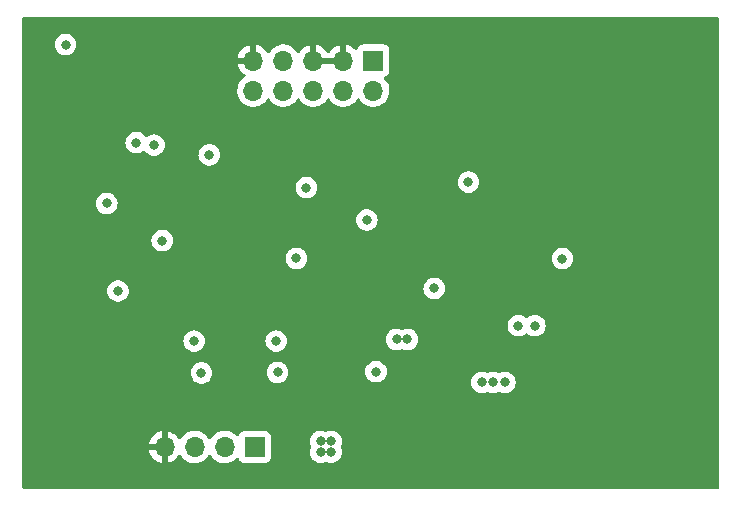
<source format=gbr>
%TF.GenerationSoftware,KiCad,Pcbnew,(6.0.8)*%
%TF.CreationDate,2022-10-15T22:51:14+02:00*%
%TF.ProjectId,stm_v3,73746d5f-7633-42e6-9b69-6361645f7063,rev?*%
%TF.SameCoordinates,Original*%
%TF.FileFunction,Copper,L2,Inr*%
%TF.FilePolarity,Positive*%
%FSLAX46Y46*%
G04 Gerber Fmt 4.6, Leading zero omitted, Abs format (unit mm)*
G04 Created by KiCad (PCBNEW (6.0.8)) date 2022-10-15 22:51:14*
%MOMM*%
%LPD*%
G01*
G04 APERTURE LIST*
%TA.AperFunction,ComponentPad*%
%ADD10R,1.700000X1.700000*%
%TD*%
%TA.AperFunction,ComponentPad*%
%ADD11O,1.700000X1.700000*%
%TD*%
%TA.AperFunction,ViaPad*%
%ADD12C,0.800000*%
%TD*%
G04 APERTURE END LIST*
D10*
%TO.N,/SDA*%
%TO.C,J2*%
X145770000Y-102720000D03*
D11*
%TO.N,/SCL*%
X143230000Y-102720000D03*
%TO.N,+3.3V*%
X140690000Y-102720000D03*
%TO.N,GND*%
X138150000Y-102720000D03*
%TD*%
%TO.N,/N_RST*%
%TO.C,J1*%
X145665000Y-72535000D03*
%TO.N,GND*%
X145665000Y-69995000D03*
%TO.N,unconnected-(J1-Pad8)*%
X148205000Y-72535000D03*
%TO.N,unconnected-(J1-Pad7)*%
X148205000Y-69995000D03*
%TO.N,/SW_O*%
X150745000Y-72535000D03*
%TO.N,GND*%
X150745000Y-69995000D03*
%TO.N,/SW_CLK*%
X153285000Y-72535000D03*
%TO.N,GND*%
X153285000Y-69995000D03*
%TO.N,/SW_DIO*%
X155825000Y-72535000D03*
D10*
%TO.N,+3.3V*%
X155825000Y-69995000D03*
%TD*%
D12*
%TO.N,GND*%
X165700000Y-86790000D03*
X162440000Y-90240000D03*
%TO.N,ISO_L*%
X160980000Y-89290000D03*
%TO.N,GND*%
X153550000Y-90240000D03*
%TO.N,NRST*%
X141930000Y-77980000D03*
%TO.N,+3.3V*%
X147720000Y-96400000D03*
X147600000Y-93750000D03*
X140650000Y-93750000D03*
X150150000Y-80750000D03*
X129770000Y-68650000D03*
X152250000Y-102250000D03*
X134200000Y-89500000D03*
X133250000Y-82100000D03*
X152250000Y-103150000D03*
X151350000Y-103150000D03*
X151350000Y-102250000D03*
X155270000Y-83490000D03*
X135750000Y-76950000D03*
X137250000Y-77150000D03*
X141270000Y-96440000D03*
%TO.N,GND*%
X173390000Y-86750000D03*
X154370000Y-81690000D03*
X165546250Y-79710000D03*
X151250000Y-91350000D03*
X134250000Y-80200000D03*
X128800000Y-88300000D03*
X156750000Y-98550000D03*
X160100000Y-95550000D03*
X157850000Y-95200000D03*
X163750000Y-95550000D03*
X128950000Y-94250000D03*
X129750000Y-80450000D03*
X137850000Y-93750000D03*
X151050000Y-82700000D03*
X181350000Y-86305000D03*
X145600000Y-94650000D03*
X132900000Y-97050000D03*
X162800000Y-95550000D03*
X157750000Y-98550000D03*
X154200000Y-98500000D03*
X132920000Y-99940000D03*
X131400000Y-83150000D03*
X161900000Y-95550000D03*
X178000000Y-86305000D03*
X183000000Y-86305000D03*
X133100000Y-78150000D03*
X137710000Y-68650000D03*
X133300000Y-87600000D03*
X155200000Y-98500000D03*
X179700000Y-86305000D03*
X127050000Y-85450000D03*
X138900000Y-77250000D03*
X161000000Y-95550000D03*
X165110000Y-84580000D03*
%TO.N,NRST*%
X137950000Y-85250000D03*
%TO.N,+12V*%
X169500000Y-92450000D03*
X168100000Y-92450000D03*
%TO.N,CAN_L*%
X171830000Y-86760000D03*
%TO.N,CAN_S*%
X163870000Y-80290000D03*
X149300000Y-86750000D03*
%TO.N,/Power Supply/SW*%
X157800000Y-93600000D03*
X165010000Y-97250000D03*
X156050000Y-96330000D03*
X158700000Y-93600000D03*
X165960000Y-97250000D03*
X166960000Y-97250000D03*
%TD*%
%TA.AperFunction,Conductor*%
%TO.N,GND*%
G36*
X185033621Y-66328502D02*
G01*
X185080114Y-66382158D01*
X185091500Y-66434500D01*
X185091500Y-106165500D01*
X185071498Y-106233621D01*
X185017842Y-106280114D01*
X184965500Y-106291500D01*
X126234500Y-106291500D01*
X126166379Y-106271498D01*
X126119886Y-106217842D01*
X126108500Y-106165500D01*
X126108500Y-102987966D01*
X136818257Y-102987966D01*
X136848565Y-103122446D01*
X136851645Y-103132275D01*
X136931770Y-103329603D01*
X136936413Y-103338794D01*
X137047694Y-103520388D01*
X137053777Y-103528699D01*
X137193213Y-103689667D01*
X137200580Y-103696883D01*
X137364434Y-103832916D01*
X137372881Y-103838831D01*
X137556756Y-103946279D01*
X137566042Y-103950729D01*
X137765001Y-104026703D01*
X137774899Y-104029579D01*
X137878250Y-104050606D01*
X137892299Y-104049410D01*
X137896000Y-104039065D01*
X137896000Y-104038517D01*
X138404000Y-104038517D01*
X138408064Y-104052359D01*
X138421478Y-104054393D01*
X138428184Y-104053534D01*
X138438262Y-104051392D01*
X138642255Y-103990191D01*
X138651842Y-103986433D01*
X138843095Y-103892739D01*
X138851945Y-103887464D01*
X139025328Y-103763792D01*
X139033200Y-103757139D01*
X139184052Y-103606812D01*
X139190730Y-103598965D01*
X139318022Y-103421819D01*
X139319279Y-103422722D01*
X139366373Y-103379362D01*
X139436311Y-103367145D01*
X139501751Y-103394678D01*
X139529579Y-103426511D01*
X139589987Y-103525088D01*
X139736250Y-103693938D01*
X139908126Y-103836632D01*
X140101000Y-103949338D01*
X140105825Y-103951180D01*
X140105826Y-103951181D01*
X140178612Y-103978975D01*
X140309692Y-104029030D01*
X140314760Y-104030061D01*
X140314763Y-104030062D01*
X140409862Y-104049410D01*
X140528597Y-104073567D01*
X140533772Y-104073757D01*
X140533774Y-104073757D01*
X140746673Y-104081564D01*
X140746677Y-104081564D01*
X140751837Y-104081753D01*
X140756957Y-104081097D01*
X140756959Y-104081097D01*
X140968288Y-104054025D01*
X140968289Y-104054025D01*
X140973416Y-104053368D01*
X140978366Y-104051883D01*
X141182429Y-103990661D01*
X141182434Y-103990659D01*
X141187384Y-103989174D01*
X141387994Y-103890896D01*
X141569860Y-103761173D01*
X141728096Y-103603489D01*
X141786971Y-103521556D01*
X141858453Y-103422077D01*
X141859776Y-103423028D01*
X141906645Y-103379857D01*
X141976580Y-103367625D01*
X142042026Y-103395144D01*
X142069875Y-103426994D01*
X142129987Y-103525088D01*
X142276250Y-103693938D01*
X142448126Y-103836632D01*
X142641000Y-103949338D01*
X142645825Y-103951180D01*
X142645826Y-103951181D01*
X142718612Y-103978975D01*
X142849692Y-104029030D01*
X142854760Y-104030061D01*
X142854763Y-104030062D01*
X142949862Y-104049410D01*
X143068597Y-104073567D01*
X143073772Y-104073757D01*
X143073774Y-104073757D01*
X143286673Y-104081564D01*
X143286677Y-104081564D01*
X143291837Y-104081753D01*
X143296957Y-104081097D01*
X143296959Y-104081097D01*
X143508288Y-104054025D01*
X143508289Y-104054025D01*
X143513416Y-104053368D01*
X143518366Y-104051883D01*
X143722429Y-103990661D01*
X143722434Y-103990659D01*
X143727384Y-103989174D01*
X143927994Y-103890896D01*
X144109860Y-103761173D01*
X144218091Y-103653319D01*
X144280462Y-103619404D01*
X144351268Y-103624592D01*
X144408030Y-103667238D01*
X144425012Y-103698341D01*
X144469385Y-103816705D01*
X144556739Y-103933261D01*
X144673295Y-104020615D01*
X144809684Y-104071745D01*
X144871866Y-104078500D01*
X146668134Y-104078500D01*
X146730316Y-104071745D01*
X146866705Y-104020615D01*
X146983261Y-103933261D01*
X147070615Y-103816705D01*
X147121745Y-103680316D01*
X147128500Y-103618134D01*
X147128500Y-103150000D01*
X150436496Y-103150000D01*
X150437186Y-103156565D01*
X150444044Y-103221811D01*
X150456458Y-103339928D01*
X150515473Y-103521556D01*
X150610960Y-103686944D01*
X150615378Y-103691851D01*
X150615379Y-103691852D01*
X150727797Y-103816705D01*
X150738747Y-103828866D01*
X150893248Y-103941118D01*
X150899276Y-103943802D01*
X150899278Y-103943803D01*
X151061681Y-104016109D01*
X151067712Y-104018794D01*
X151160501Y-104038517D01*
X151248056Y-104057128D01*
X151248061Y-104057128D01*
X151254513Y-104058500D01*
X151445487Y-104058500D01*
X151451939Y-104057128D01*
X151451944Y-104057128D01*
X151539499Y-104038517D01*
X151632288Y-104018794D01*
X151748752Y-103966941D01*
X151819118Y-103957507D01*
X151851246Y-103966940D01*
X151967712Y-104018794D01*
X152060501Y-104038517D01*
X152148056Y-104057128D01*
X152148061Y-104057128D01*
X152154513Y-104058500D01*
X152345487Y-104058500D01*
X152351939Y-104057128D01*
X152351944Y-104057128D01*
X152439499Y-104038517D01*
X152532288Y-104018794D01*
X152538319Y-104016109D01*
X152700722Y-103943803D01*
X152700724Y-103943802D01*
X152706752Y-103941118D01*
X152861253Y-103828866D01*
X152872203Y-103816705D01*
X152984621Y-103691852D01*
X152984622Y-103691851D01*
X152989040Y-103686944D01*
X153084527Y-103521556D01*
X153143542Y-103339928D01*
X153155957Y-103221811D01*
X153162814Y-103156565D01*
X153163504Y-103150000D01*
X153146474Y-102987966D01*
X153144232Y-102966635D01*
X153144232Y-102966633D01*
X153143542Y-102960072D01*
X153084527Y-102778444D01*
X153075611Y-102763001D01*
X153058872Y-102694007D01*
X153075611Y-102636998D01*
X153081224Y-102627277D01*
X153084527Y-102621556D01*
X153143542Y-102439928D01*
X153163504Y-102250000D01*
X153143542Y-102060072D01*
X153084527Y-101878444D01*
X152989040Y-101713056D01*
X152981560Y-101704748D01*
X152865675Y-101576045D01*
X152865674Y-101576044D01*
X152861253Y-101571134D01*
X152762157Y-101499136D01*
X152712094Y-101462763D01*
X152712093Y-101462762D01*
X152706752Y-101458882D01*
X152700724Y-101456198D01*
X152700722Y-101456197D01*
X152538319Y-101383891D01*
X152538318Y-101383891D01*
X152532288Y-101381206D01*
X152433595Y-101360228D01*
X152351944Y-101342872D01*
X152351939Y-101342872D01*
X152345487Y-101341500D01*
X152154513Y-101341500D01*
X152148061Y-101342872D01*
X152148056Y-101342872D01*
X152066405Y-101360228D01*
X151967712Y-101381206D01*
X151961682Y-101383891D01*
X151961681Y-101383891D01*
X151950269Y-101388972D01*
X151851248Y-101433059D01*
X151780882Y-101442493D01*
X151748754Y-101433060D01*
X151649731Y-101388972D01*
X151638319Y-101383891D01*
X151638318Y-101383891D01*
X151632288Y-101381206D01*
X151533595Y-101360228D01*
X151451944Y-101342872D01*
X151451939Y-101342872D01*
X151445487Y-101341500D01*
X151254513Y-101341500D01*
X151248061Y-101342872D01*
X151248056Y-101342872D01*
X151166405Y-101360228D01*
X151067712Y-101381206D01*
X151061682Y-101383891D01*
X151061681Y-101383891D01*
X150899278Y-101456197D01*
X150899276Y-101456198D01*
X150893248Y-101458882D01*
X150887907Y-101462762D01*
X150887906Y-101462763D01*
X150837843Y-101499136D01*
X150738747Y-101571134D01*
X150734326Y-101576044D01*
X150734325Y-101576045D01*
X150618441Y-101704748D01*
X150610960Y-101713056D01*
X150515473Y-101878444D01*
X150456458Y-102060072D01*
X150436496Y-102250000D01*
X150456458Y-102439928D01*
X150515473Y-102621556D01*
X150518776Y-102627277D01*
X150524389Y-102636998D01*
X150541128Y-102705993D01*
X150524390Y-102763000D01*
X150515473Y-102778444D01*
X150456458Y-102960072D01*
X150455768Y-102966633D01*
X150455768Y-102966635D01*
X150453526Y-102987966D01*
X150436496Y-103150000D01*
X147128500Y-103150000D01*
X147128500Y-101821866D01*
X147121745Y-101759684D01*
X147070615Y-101623295D01*
X146983261Y-101506739D01*
X146866705Y-101419385D01*
X146730316Y-101368255D01*
X146668134Y-101361500D01*
X144871866Y-101361500D01*
X144809684Y-101368255D01*
X144673295Y-101419385D01*
X144556739Y-101506739D01*
X144469385Y-101623295D01*
X144466233Y-101631703D01*
X144424919Y-101741907D01*
X144382277Y-101798671D01*
X144315716Y-101823371D01*
X144246367Y-101808163D01*
X144213743Y-101782476D01*
X144163151Y-101726875D01*
X144163142Y-101726866D01*
X144159670Y-101723051D01*
X144155619Y-101719852D01*
X144155615Y-101719848D01*
X143988414Y-101587800D01*
X143988410Y-101587798D01*
X143984359Y-101584598D01*
X143948028Y-101564542D01*
X143932136Y-101555769D01*
X143788789Y-101476638D01*
X143783920Y-101474914D01*
X143783916Y-101474912D01*
X143583087Y-101403795D01*
X143583083Y-101403794D01*
X143578212Y-101402069D01*
X143573119Y-101401162D01*
X143573116Y-101401161D01*
X143363373Y-101363800D01*
X143363367Y-101363799D01*
X143358284Y-101362894D01*
X143284452Y-101361992D01*
X143140081Y-101360228D01*
X143140079Y-101360228D01*
X143134911Y-101360165D01*
X142914091Y-101393955D01*
X142701756Y-101463357D01*
X142503607Y-101566507D01*
X142499474Y-101569610D01*
X142499471Y-101569612D01*
X142329100Y-101697530D01*
X142324965Y-101700635D01*
X142299541Y-101727240D01*
X142231280Y-101798671D01*
X142170629Y-101862138D01*
X142063201Y-102019621D01*
X142008293Y-102064621D01*
X141937768Y-102072792D01*
X141874021Y-102041538D01*
X141853324Y-102017054D01*
X141772822Y-101892617D01*
X141772820Y-101892614D01*
X141770014Y-101888277D01*
X141619670Y-101723051D01*
X141615619Y-101719852D01*
X141615615Y-101719848D01*
X141448414Y-101587800D01*
X141448410Y-101587798D01*
X141444359Y-101584598D01*
X141408028Y-101564542D01*
X141392136Y-101555769D01*
X141248789Y-101476638D01*
X141243920Y-101474914D01*
X141243916Y-101474912D01*
X141043087Y-101403795D01*
X141043083Y-101403794D01*
X141038212Y-101402069D01*
X141033119Y-101401162D01*
X141033116Y-101401161D01*
X140823373Y-101363800D01*
X140823367Y-101363799D01*
X140818284Y-101362894D01*
X140744452Y-101361992D01*
X140600081Y-101360228D01*
X140600079Y-101360228D01*
X140594911Y-101360165D01*
X140374091Y-101393955D01*
X140161756Y-101463357D01*
X139963607Y-101566507D01*
X139959474Y-101569610D01*
X139959471Y-101569612D01*
X139789100Y-101697530D01*
X139784965Y-101700635D01*
X139759541Y-101727240D01*
X139691280Y-101798671D01*
X139630629Y-101862138D01*
X139627720Y-101866403D01*
X139627714Y-101866411D01*
X139623410Y-101872721D01*
X139523204Y-102019618D01*
X139522898Y-102020066D01*
X139467987Y-102065069D01*
X139397462Y-102073240D01*
X139333715Y-102041986D01*
X139313018Y-102017502D01*
X139232426Y-101892926D01*
X139226136Y-101884757D01*
X139082806Y-101727240D01*
X139075273Y-101720215D01*
X138908139Y-101588222D01*
X138899552Y-101582517D01*
X138713117Y-101479599D01*
X138703705Y-101475369D01*
X138502959Y-101404280D01*
X138492988Y-101401646D01*
X138421837Y-101388972D01*
X138408540Y-101390432D01*
X138404000Y-101404989D01*
X138404000Y-104038517D01*
X137896000Y-104038517D01*
X137896000Y-102992115D01*
X137891525Y-102976876D01*
X137890135Y-102975671D01*
X137882452Y-102974000D01*
X136833225Y-102974000D01*
X136819694Y-102977973D01*
X136818257Y-102987966D01*
X126108500Y-102987966D01*
X126108500Y-102454183D01*
X136814389Y-102454183D01*
X136815912Y-102462607D01*
X136828292Y-102466000D01*
X137877885Y-102466000D01*
X137893124Y-102461525D01*
X137894329Y-102460135D01*
X137896000Y-102452452D01*
X137896000Y-101403102D01*
X137892082Y-101389758D01*
X137877806Y-101387771D01*
X137839324Y-101393660D01*
X137829288Y-101396051D01*
X137626868Y-101462212D01*
X137617359Y-101466209D01*
X137428463Y-101564542D01*
X137419738Y-101570036D01*
X137249433Y-101697905D01*
X137241726Y-101704748D01*
X137094590Y-101858717D01*
X137088104Y-101866727D01*
X136968098Y-102042649D01*
X136963000Y-102051623D01*
X136873338Y-102244783D01*
X136869775Y-102254470D01*
X136814389Y-102454183D01*
X126108500Y-102454183D01*
X126108500Y-96440000D01*
X140356496Y-96440000D01*
X140357186Y-96446565D01*
X140370279Y-96571134D01*
X140376458Y-96629928D01*
X140435473Y-96811556D01*
X140530960Y-96976944D01*
X140535378Y-96981851D01*
X140535379Y-96981852D01*
X140563199Y-97012749D01*
X140658747Y-97118866D01*
X140752851Y-97187237D01*
X140761889Y-97193803D01*
X140813248Y-97231118D01*
X140819276Y-97233802D01*
X140819278Y-97233803D01*
X140981681Y-97306109D01*
X140987712Y-97308794D01*
X141081113Y-97328647D01*
X141168056Y-97347128D01*
X141168061Y-97347128D01*
X141174513Y-97348500D01*
X141365487Y-97348500D01*
X141371939Y-97347128D01*
X141371944Y-97347128D01*
X141458888Y-97328647D01*
X141552288Y-97308794D01*
X141558319Y-97306109D01*
X141720722Y-97233803D01*
X141720724Y-97233802D01*
X141726752Y-97231118D01*
X141778112Y-97193803D01*
X141787149Y-97187237D01*
X141881253Y-97118866D01*
X141976801Y-97012749D01*
X142004621Y-96981852D01*
X142004622Y-96981851D01*
X142009040Y-96976944D01*
X142104527Y-96811556D01*
X142163542Y-96629928D01*
X142169722Y-96571134D01*
X142182814Y-96446565D01*
X142183504Y-96440000D01*
X142179300Y-96400000D01*
X146806496Y-96400000D01*
X146807186Y-96406565D01*
X146824483Y-96571134D01*
X146826458Y-96589928D01*
X146885473Y-96771556D01*
X146980960Y-96936944D01*
X146985378Y-96941851D01*
X146985379Y-96941852D01*
X147016976Y-96976944D01*
X147108747Y-97078866D01*
X147263248Y-97191118D01*
X147269276Y-97193802D01*
X147269278Y-97193803D01*
X147410245Y-97256565D01*
X147437712Y-97268794D01*
X147531113Y-97288647D01*
X147618056Y-97307128D01*
X147618061Y-97307128D01*
X147624513Y-97308500D01*
X147815487Y-97308500D01*
X147821939Y-97307128D01*
X147821944Y-97307128D01*
X147908888Y-97288647D01*
X148002288Y-97268794D01*
X148029755Y-97256565D01*
X148044500Y-97250000D01*
X164096496Y-97250000D01*
X164097186Y-97256565D01*
X164102645Y-97308500D01*
X164116458Y-97439928D01*
X164175473Y-97621556D01*
X164270960Y-97786944D01*
X164398747Y-97928866D01*
X164497843Y-98000864D01*
X164510000Y-98009696D01*
X164553248Y-98041118D01*
X164559276Y-98043802D01*
X164559278Y-98043803D01*
X164586249Y-98055811D01*
X164727712Y-98118794D01*
X164821112Y-98138647D01*
X164908056Y-98157128D01*
X164908061Y-98157128D01*
X164914513Y-98158500D01*
X165105487Y-98158500D01*
X165111939Y-98157128D01*
X165111944Y-98157128D01*
X165198888Y-98138647D01*
X165292288Y-98118794D01*
X165433751Y-98055811D01*
X165504118Y-98046377D01*
X165536250Y-98055811D01*
X165677712Y-98118794D01*
X165771112Y-98138647D01*
X165858056Y-98157128D01*
X165858061Y-98157128D01*
X165864513Y-98158500D01*
X166055487Y-98158500D01*
X166061939Y-98157128D01*
X166061944Y-98157128D01*
X166148888Y-98138647D01*
X166242288Y-98118794D01*
X166408752Y-98044680D01*
X166479118Y-98035246D01*
X166511247Y-98044680D01*
X166677712Y-98118794D01*
X166771112Y-98138647D01*
X166858056Y-98157128D01*
X166858061Y-98157128D01*
X166864513Y-98158500D01*
X167055487Y-98158500D01*
X167061939Y-98157128D01*
X167061944Y-98157128D01*
X167148888Y-98138647D01*
X167242288Y-98118794D01*
X167383751Y-98055811D01*
X167410722Y-98043803D01*
X167410724Y-98043802D01*
X167416752Y-98041118D01*
X167460001Y-98009696D01*
X167472157Y-98000864D01*
X167571253Y-97928866D01*
X167699040Y-97786944D01*
X167794527Y-97621556D01*
X167853542Y-97439928D01*
X167867356Y-97308500D01*
X167872814Y-97256565D01*
X167873504Y-97250000D01*
X167859958Y-97121118D01*
X167854232Y-97066635D01*
X167854232Y-97066633D01*
X167853542Y-97060072D01*
X167794527Y-96878444D01*
X167787888Y-96866944D01*
X167702341Y-96718774D01*
X167699040Y-96713056D01*
X167693839Y-96707279D01*
X167575675Y-96576045D01*
X167575674Y-96576044D01*
X167571253Y-96571134D01*
X167472157Y-96499136D01*
X167422094Y-96462763D01*
X167422093Y-96462762D01*
X167416752Y-96458882D01*
X167410724Y-96456198D01*
X167410722Y-96456197D01*
X167248319Y-96383891D01*
X167248318Y-96383891D01*
X167242288Y-96381206D01*
X167148888Y-96361353D01*
X167061944Y-96342872D01*
X167061939Y-96342872D01*
X167055487Y-96341500D01*
X166864513Y-96341500D01*
X166858061Y-96342872D01*
X166858056Y-96342872D01*
X166771113Y-96361353D01*
X166677712Y-96381206D01*
X166511248Y-96455320D01*
X166440882Y-96464754D01*
X166408753Y-96455320D01*
X166242288Y-96381206D01*
X166148888Y-96361353D01*
X166061944Y-96342872D01*
X166061939Y-96342872D01*
X166055487Y-96341500D01*
X165864513Y-96341500D01*
X165858061Y-96342872D01*
X165858056Y-96342872D01*
X165771113Y-96361353D01*
X165677712Y-96381206D01*
X165671682Y-96383891D01*
X165671681Y-96383891D01*
X165536249Y-96444189D01*
X165465882Y-96453623D01*
X165433751Y-96444189D01*
X165298319Y-96383891D01*
X165298318Y-96383891D01*
X165292288Y-96381206D01*
X165198888Y-96361353D01*
X165111944Y-96342872D01*
X165111939Y-96342872D01*
X165105487Y-96341500D01*
X164914513Y-96341500D01*
X164908061Y-96342872D01*
X164908056Y-96342872D01*
X164821113Y-96361353D01*
X164727712Y-96381206D01*
X164721682Y-96383891D01*
X164721681Y-96383891D01*
X164559278Y-96456197D01*
X164559276Y-96456198D01*
X164553248Y-96458882D01*
X164547907Y-96462762D01*
X164547906Y-96462763D01*
X164497843Y-96499136D01*
X164398747Y-96571134D01*
X164394326Y-96576044D01*
X164394325Y-96576045D01*
X164276162Y-96707279D01*
X164270960Y-96713056D01*
X164267659Y-96718774D01*
X164182113Y-96866944D01*
X164175473Y-96878444D01*
X164116458Y-97060072D01*
X164115768Y-97066633D01*
X164115768Y-97066635D01*
X164110042Y-97121118D01*
X164096496Y-97250000D01*
X148044500Y-97250000D01*
X148170722Y-97193803D01*
X148170724Y-97193802D01*
X148176752Y-97191118D01*
X148331253Y-97078866D01*
X148423024Y-96976944D01*
X148454621Y-96941852D01*
X148454622Y-96941851D01*
X148459040Y-96936944D01*
X148554527Y-96771556D01*
X148613542Y-96589928D01*
X148615518Y-96571134D01*
X148632814Y-96406565D01*
X148633504Y-96400000D01*
X148631529Y-96381206D01*
X148626147Y-96330000D01*
X155136496Y-96330000D01*
X155137186Y-96336565D01*
X155149668Y-96455320D01*
X155156458Y-96519928D01*
X155215473Y-96701556D01*
X155218776Y-96707278D01*
X155218777Y-96707279D01*
X155225414Y-96718774D01*
X155310960Y-96866944D01*
X155315378Y-96871851D01*
X155315379Y-96871852D01*
X155434325Y-97003955D01*
X155438747Y-97008866D01*
X155593248Y-97121118D01*
X155599276Y-97123802D01*
X155599278Y-97123803D01*
X155741754Y-97187237D01*
X155767712Y-97198794D01*
X155861113Y-97218647D01*
X155948056Y-97237128D01*
X155948061Y-97237128D01*
X155954513Y-97238500D01*
X156145487Y-97238500D01*
X156151939Y-97237128D01*
X156151944Y-97237128D01*
X156238887Y-97218647D01*
X156332288Y-97198794D01*
X156358246Y-97187237D01*
X156500722Y-97123803D01*
X156500724Y-97123802D01*
X156506752Y-97121118D01*
X156661253Y-97008866D01*
X156665675Y-97003955D01*
X156784621Y-96871852D01*
X156784622Y-96871851D01*
X156789040Y-96866944D01*
X156874586Y-96718774D01*
X156881223Y-96707279D01*
X156881224Y-96707278D01*
X156884527Y-96701556D01*
X156943542Y-96519928D01*
X156950333Y-96455320D01*
X156962814Y-96336565D01*
X156963504Y-96330000D01*
X156955103Y-96250072D01*
X156944232Y-96146635D01*
X156944232Y-96146633D01*
X156943542Y-96140072D01*
X156884527Y-95958444D01*
X156789040Y-95793056D01*
X156760298Y-95761134D01*
X156665675Y-95656045D01*
X156665674Y-95656044D01*
X156661253Y-95651134D01*
X156506752Y-95538882D01*
X156500724Y-95536198D01*
X156500722Y-95536197D01*
X156338319Y-95463891D01*
X156338318Y-95463891D01*
X156332288Y-95461206D01*
X156238887Y-95441353D01*
X156151944Y-95422872D01*
X156151939Y-95422872D01*
X156145487Y-95421500D01*
X155954513Y-95421500D01*
X155948061Y-95422872D01*
X155948056Y-95422872D01*
X155861113Y-95441353D01*
X155767712Y-95461206D01*
X155761682Y-95463891D01*
X155761681Y-95463891D01*
X155599278Y-95536197D01*
X155599276Y-95536198D01*
X155593248Y-95538882D01*
X155438747Y-95651134D01*
X155434326Y-95656044D01*
X155434325Y-95656045D01*
X155339703Y-95761134D01*
X155310960Y-95793056D01*
X155215473Y-95958444D01*
X155156458Y-96140072D01*
X155155768Y-96146633D01*
X155155768Y-96146635D01*
X155144897Y-96250072D01*
X155136496Y-96330000D01*
X148626147Y-96330000D01*
X148614232Y-96216635D01*
X148614232Y-96216633D01*
X148613542Y-96210072D01*
X148554527Y-96028444D01*
X148459040Y-95863056D01*
X148331253Y-95721134D01*
X148229562Y-95647251D01*
X148182094Y-95612763D01*
X148182093Y-95612762D01*
X148176752Y-95608882D01*
X148170724Y-95606198D01*
X148170722Y-95606197D01*
X148008319Y-95533891D01*
X148008318Y-95533891D01*
X148002288Y-95531206D01*
X147908887Y-95511353D01*
X147821944Y-95492872D01*
X147821939Y-95492872D01*
X147815487Y-95491500D01*
X147624513Y-95491500D01*
X147618061Y-95492872D01*
X147618056Y-95492872D01*
X147531113Y-95511353D01*
X147437712Y-95531206D01*
X147431682Y-95533891D01*
X147431681Y-95533891D01*
X147269278Y-95606197D01*
X147269276Y-95606198D01*
X147263248Y-95608882D01*
X147257907Y-95612762D01*
X147257906Y-95612763D01*
X147210438Y-95647251D01*
X147108747Y-95721134D01*
X146980960Y-95863056D01*
X146885473Y-96028444D01*
X146826458Y-96210072D01*
X146825768Y-96216633D01*
X146825768Y-96216635D01*
X146808471Y-96381206D01*
X146806496Y-96400000D01*
X142179300Y-96400000D01*
X142163542Y-96250072D01*
X142104527Y-96068444D01*
X142009040Y-95903056D01*
X141978173Y-95868774D01*
X141885675Y-95766045D01*
X141885674Y-95766044D01*
X141881253Y-95761134D01*
X141726752Y-95648882D01*
X141720724Y-95646198D01*
X141720722Y-95646197D01*
X141558319Y-95573891D01*
X141558318Y-95573891D01*
X141552288Y-95571206D01*
X141458888Y-95551353D01*
X141371944Y-95532872D01*
X141371939Y-95532872D01*
X141365487Y-95531500D01*
X141174513Y-95531500D01*
X141168061Y-95532872D01*
X141168056Y-95532872D01*
X141081112Y-95551353D01*
X140987712Y-95571206D01*
X140981682Y-95573891D01*
X140981681Y-95573891D01*
X140819278Y-95646197D01*
X140819276Y-95646198D01*
X140813248Y-95648882D01*
X140658747Y-95761134D01*
X140654326Y-95766044D01*
X140654325Y-95766045D01*
X140561828Y-95868774D01*
X140530960Y-95903056D01*
X140435473Y-96068444D01*
X140376458Y-96250072D01*
X140356496Y-96440000D01*
X126108500Y-96440000D01*
X126108500Y-93750000D01*
X139736496Y-93750000D01*
X139756458Y-93939928D01*
X139815473Y-94121556D01*
X139910960Y-94286944D01*
X139915378Y-94291851D01*
X139915379Y-94291852D01*
X140007176Y-94393803D01*
X140038747Y-94428866D01*
X140193248Y-94541118D01*
X140199276Y-94543802D01*
X140199278Y-94543803D01*
X140361681Y-94616109D01*
X140367712Y-94618794D01*
X140461113Y-94638647D01*
X140548056Y-94657128D01*
X140548061Y-94657128D01*
X140554513Y-94658500D01*
X140745487Y-94658500D01*
X140751939Y-94657128D01*
X140751944Y-94657128D01*
X140838887Y-94638647D01*
X140932288Y-94618794D01*
X140938319Y-94616109D01*
X141100722Y-94543803D01*
X141100724Y-94543802D01*
X141106752Y-94541118D01*
X141261253Y-94428866D01*
X141292824Y-94393803D01*
X141384621Y-94291852D01*
X141384622Y-94291851D01*
X141389040Y-94286944D01*
X141484527Y-94121556D01*
X141543542Y-93939928D01*
X141563504Y-93750000D01*
X146686496Y-93750000D01*
X146706458Y-93939928D01*
X146765473Y-94121556D01*
X146860960Y-94286944D01*
X146865378Y-94291851D01*
X146865379Y-94291852D01*
X146957176Y-94393803D01*
X146988747Y-94428866D01*
X147143248Y-94541118D01*
X147149276Y-94543802D01*
X147149278Y-94543803D01*
X147311681Y-94616109D01*
X147317712Y-94618794D01*
X147411113Y-94638647D01*
X147498056Y-94657128D01*
X147498061Y-94657128D01*
X147504513Y-94658500D01*
X147695487Y-94658500D01*
X147701939Y-94657128D01*
X147701944Y-94657128D01*
X147788887Y-94638647D01*
X147882288Y-94618794D01*
X147888319Y-94616109D01*
X148050722Y-94543803D01*
X148050724Y-94543802D01*
X148056752Y-94541118D01*
X148211253Y-94428866D01*
X148242824Y-94393803D01*
X148334621Y-94291852D01*
X148334622Y-94291851D01*
X148339040Y-94286944D01*
X148434527Y-94121556D01*
X148493542Y-93939928D01*
X148513504Y-93750000D01*
X148497739Y-93600000D01*
X156886496Y-93600000D01*
X156906458Y-93789928D01*
X156965473Y-93971556D01*
X157060960Y-94136944D01*
X157188747Y-94278866D01*
X157343248Y-94391118D01*
X157349276Y-94393802D01*
X157349278Y-94393803D01*
X157436753Y-94432749D01*
X157517712Y-94468794D01*
X157611113Y-94488647D01*
X157698056Y-94507128D01*
X157698061Y-94507128D01*
X157704513Y-94508500D01*
X157895487Y-94508500D01*
X157901939Y-94507128D01*
X157901944Y-94507128D01*
X157988888Y-94488647D01*
X158082288Y-94468794D01*
X158198752Y-94416941D01*
X158269118Y-94407507D01*
X158301246Y-94416940D01*
X158417712Y-94468794D01*
X158511113Y-94488647D01*
X158598056Y-94507128D01*
X158598061Y-94507128D01*
X158604513Y-94508500D01*
X158795487Y-94508500D01*
X158801939Y-94507128D01*
X158801944Y-94507128D01*
X158888888Y-94488647D01*
X158982288Y-94468794D01*
X159063247Y-94432749D01*
X159150722Y-94393803D01*
X159150724Y-94393802D01*
X159156752Y-94391118D01*
X159311253Y-94278866D01*
X159439040Y-94136944D01*
X159534527Y-93971556D01*
X159593542Y-93789928D01*
X159613504Y-93600000D01*
X159593542Y-93410072D01*
X159534527Y-93228444D01*
X159439040Y-93063056D01*
X159345242Y-92958882D01*
X159315675Y-92926045D01*
X159315674Y-92926044D01*
X159311253Y-92921134D01*
X159156752Y-92808882D01*
X159150724Y-92806198D01*
X159150722Y-92806197D01*
X158988319Y-92733891D01*
X158988318Y-92733891D01*
X158982288Y-92731206D01*
X158888887Y-92711353D01*
X158801944Y-92692872D01*
X158801939Y-92692872D01*
X158795487Y-92691500D01*
X158604513Y-92691500D01*
X158598061Y-92692872D01*
X158598056Y-92692872D01*
X158511113Y-92711353D01*
X158417712Y-92731206D01*
X158301248Y-92783059D01*
X158230882Y-92792493D01*
X158198754Y-92783060D01*
X158082288Y-92731206D01*
X157988887Y-92711353D01*
X157901944Y-92692872D01*
X157901939Y-92692872D01*
X157895487Y-92691500D01*
X157704513Y-92691500D01*
X157698061Y-92692872D01*
X157698056Y-92692872D01*
X157611113Y-92711353D01*
X157517712Y-92731206D01*
X157511682Y-92733891D01*
X157511681Y-92733891D01*
X157349278Y-92806197D01*
X157349276Y-92806198D01*
X157343248Y-92808882D01*
X157188747Y-92921134D01*
X157184326Y-92926044D01*
X157184325Y-92926045D01*
X157154759Y-92958882D01*
X157060960Y-93063056D01*
X156965473Y-93228444D01*
X156906458Y-93410072D01*
X156886496Y-93600000D01*
X148497739Y-93600000D01*
X148493542Y-93560072D01*
X148434527Y-93378444D01*
X148339040Y-93213056D01*
X148211253Y-93071134D01*
X148056752Y-92958882D01*
X148050724Y-92956198D01*
X148050722Y-92956197D01*
X147888319Y-92883891D01*
X147888318Y-92883891D01*
X147882288Y-92881206D01*
X147788887Y-92861353D01*
X147701944Y-92842872D01*
X147701939Y-92842872D01*
X147695487Y-92841500D01*
X147504513Y-92841500D01*
X147498061Y-92842872D01*
X147498056Y-92842872D01*
X147411113Y-92861353D01*
X147317712Y-92881206D01*
X147311682Y-92883891D01*
X147311681Y-92883891D01*
X147149278Y-92956197D01*
X147149276Y-92956198D01*
X147143248Y-92958882D01*
X146988747Y-93071134D01*
X146860960Y-93213056D01*
X146765473Y-93378444D01*
X146706458Y-93560072D01*
X146686496Y-93750000D01*
X141563504Y-93750000D01*
X141543542Y-93560072D01*
X141484527Y-93378444D01*
X141389040Y-93213056D01*
X141261253Y-93071134D01*
X141106752Y-92958882D01*
X141100724Y-92956198D01*
X141100722Y-92956197D01*
X140938319Y-92883891D01*
X140938318Y-92883891D01*
X140932288Y-92881206D01*
X140838887Y-92861353D01*
X140751944Y-92842872D01*
X140751939Y-92842872D01*
X140745487Y-92841500D01*
X140554513Y-92841500D01*
X140548061Y-92842872D01*
X140548056Y-92842872D01*
X140461113Y-92861353D01*
X140367712Y-92881206D01*
X140361682Y-92883891D01*
X140361681Y-92883891D01*
X140199278Y-92956197D01*
X140199276Y-92956198D01*
X140193248Y-92958882D01*
X140038747Y-93071134D01*
X139910960Y-93213056D01*
X139815473Y-93378444D01*
X139756458Y-93560072D01*
X139736496Y-93750000D01*
X126108500Y-93750000D01*
X126108500Y-92450000D01*
X167186496Y-92450000D01*
X167206458Y-92639928D01*
X167265473Y-92821556D01*
X167360960Y-92986944D01*
X167488747Y-93128866D01*
X167643248Y-93241118D01*
X167649276Y-93243802D01*
X167649278Y-93243803D01*
X167811681Y-93316109D01*
X167817712Y-93318794D01*
X167911113Y-93338647D01*
X167998056Y-93357128D01*
X167998061Y-93357128D01*
X168004513Y-93358500D01*
X168195487Y-93358500D01*
X168201939Y-93357128D01*
X168201944Y-93357128D01*
X168288887Y-93338647D01*
X168382288Y-93318794D01*
X168388319Y-93316109D01*
X168550722Y-93243803D01*
X168550724Y-93243802D01*
X168556752Y-93241118D01*
X168574196Y-93228444D01*
X168705909Y-93132749D01*
X168705911Y-93132747D01*
X168711253Y-93128866D01*
X168715675Y-93123955D01*
X168715687Y-93123944D01*
X168779694Y-93093225D01*
X168850148Y-93101987D01*
X168884313Y-93123944D01*
X168884325Y-93123955D01*
X168888747Y-93128866D01*
X168894089Y-93132747D01*
X168894091Y-93132749D01*
X169025804Y-93228444D01*
X169043248Y-93241118D01*
X169049276Y-93243802D01*
X169049278Y-93243803D01*
X169211681Y-93316109D01*
X169217712Y-93318794D01*
X169311113Y-93338647D01*
X169398056Y-93357128D01*
X169398061Y-93357128D01*
X169404513Y-93358500D01*
X169595487Y-93358500D01*
X169601939Y-93357128D01*
X169601944Y-93357128D01*
X169688887Y-93338647D01*
X169782288Y-93318794D01*
X169788319Y-93316109D01*
X169950722Y-93243803D01*
X169950724Y-93243802D01*
X169956752Y-93241118D01*
X170111253Y-93128866D01*
X170239040Y-92986944D01*
X170334527Y-92821556D01*
X170393542Y-92639928D01*
X170413504Y-92450000D01*
X170393542Y-92260072D01*
X170334527Y-92078444D01*
X170239040Y-91913056D01*
X170111253Y-91771134D01*
X169956752Y-91658882D01*
X169950724Y-91656198D01*
X169950722Y-91656197D01*
X169788319Y-91583891D01*
X169788318Y-91583891D01*
X169782288Y-91581206D01*
X169688888Y-91561353D01*
X169601944Y-91542872D01*
X169601939Y-91542872D01*
X169595487Y-91541500D01*
X169404513Y-91541500D01*
X169398061Y-91542872D01*
X169398056Y-91542872D01*
X169311112Y-91561353D01*
X169217712Y-91581206D01*
X169211682Y-91583891D01*
X169211681Y-91583891D01*
X169049278Y-91656197D01*
X169049276Y-91656198D01*
X169043248Y-91658882D01*
X168888747Y-91771134D01*
X168884325Y-91776045D01*
X168884313Y-91776056D01*
X168820306Y-91806775D01*
X168749852Y-91798013D01*
X168715687Y-91776056D01*
X168715675Y-91776045D01*
X168711253Y-91771134D01*
X168556752Y-91658882D01*
X168550724Y-91656198D01*
X168550722Y-91656197D01*
X168388319Y-91583891D01*
X168388318Y-91583891D01*
X168382288Y-91581206D01*
X168288888Y-91561353D01*
X168201944Y-91542872D01*
X168201939Y-91542872D01*
X168195487Y-91541500D01*
X168004513Y-91541500D01*
X167998061Y-91542872D01*
X167998056Y-91542872D01*
X167911112Y-91561353D01*
X167817712Y-91581206D01*
X167811682Y-91583891D01*
X167811681Y-91583891D01*
X167649278Y-91656197D01*
X167649276Y-91656198D01*
X167643248Y-91658882D01*
X167488747Y-91771134D01*
X167360960Y-91913056D01*
X167265473Y-92078444D01*
X167206458Y-92260072D01*
X167186496Y-92450000D01*
X126108500Y-92450000D01*
X126108500Y-89500000D01*
X133286496Y-89500000D01*
X133287186Y-89506565D01*
X133304078Y-89667279D01*
X133306458Y-89689928D01*
X133365473Y-89871556D01*
X133460960Y-90036944D01*
X133465378Y-90041851D01*
X133465379Y-90041852D01*
X133570674Y-90158794D01*
X133588747Y-90178866D01*
X133743248Y-90291118D01*
X133749276Y-90293802D01*
X133749278Y-90293803D01*
X133911681Y-90366109D01*
X133917712Y-90368794D01*
X134011113Y-90388647D01*
X134098056Y-90407128D01*
X134098061Y-90407128D01*
X134104513Y-90408500D01*
X134295487Y-90408500D01*
X134301939Y-90407128D01*
X134301944Y-90407128D01*
X134388887Y-90388647D01*
X134482288Y-90368794D01*
X134488319Y-90366109D01*
X134650722Y-90293803D01*
X134650724Y-90293802D01*
X134656752Y-90291118D01*
X134811253Y-90178866D01*
X134829326Y-90158794D01*
X134934621Y-90041852D01*
X134934622Y-90041851D01*
X134939040Y-90036944D01*
X135034527Y-89871556D01*
X135093542Y-89689928D01*
X135095923Y-89667279D01*
X135112814Y-89506565D01*
X135113504Y-89500000D01*
X135093542Y-89310072D01*
X135087020Y-89290000D01*
X160066496Y-89290000D01*
X160086458Y-89479928D01*
X160145473Y-89661556D01*
X160240960Y-89826944D01*
X160368747Y-89968866D01*
X160523248Y-90081118D01*
X160529276Y-90083802D01*
X160529278Y-90083803D01*
X160691681Y-90156109D01*
X160697712Y-90158794D01*
X160791112Y-90178647D01*
X160878056Y-90197128D01*
X160878061Y-90197128D01*
X160884513Y-90198500D01*
X161075487Y-90198500D01*
X161081939Y-90197128D01*
X161081944Y-90197128D01*
X161168887Y-90178647D01*
X161262288Y-90158794D01*
X161268319Y-90156109D01*
X161430722Y-90083803D01*
X161430724Y-90083802D01*
X161436752Y-90081118D01*
X161591253Y-89968866D01*
X161719040Y-89826944D01*
X161814527Y-89661556D01*
X161873542Y-89479928D01*
X161893504Y-89290000D01*
X161876524Y-89128444D01*
X161874232Y-89106635D01*
X161874232Y-89106633D01*
X161873542Y-89100072D01*
X161814527Y-88918444D01*
X161719040Y-88753056D01*
X161611744Y-88633891D01*
X161595675Y-88616045D01*
X161595674Y-88616044D01*
X161591253Y-88611134D01*
X161436752Y-88498882D01*
X161430724Y-88496198D01*
X161430722Y-88496197D01*
X161268319Y-88423891D01*
X161268318Y-88423891D01*
X161262288Y-88421206D01*
X161168887Y-88401353D01*
X161081944Y-88382872D01*
X161081939Y-88382872D01*
X161075487Y-88381500D01*
X160884513Y-88381500D01*
X160878061Y-88382872D01*
X160878056Y-88382872D01*
X160791112Y-88401353D01*
X160697712Y-88421206D01*
X160691682Y-88423891D01*
X160691681Y-88423891D01*
X160529278Y-88496197D01*
X160529276Y-88496198D01*
X160523248Y-88498882D01*
X160368747Y-88611134D01*
X160364326Y-88616044D01*
X160364325Y-88616045D01*
X160348257Y-88633891D01*
X160240960Y-88753056D01*
X160145473Y-88918444D01*
X160086458Y-89100072D01*
X160085768Y-89106633D01*
X160085768Y-89106635D01*
X160083476Y-89128444D01*
X160066496Y-89290000D01*
X135087020Y-89290000D01*
X135034527Y-89128444D01*
X134939040Y-88963056D01*
X134811253Y-88821134D01*
X134656752Y-88708882D01*
X134650724Y-88706198D01*
X134650722Y-88706197D01*
X134488319Y-88633891D01*
X134488318Y-88633891D01*
X134482288Y-88631206D01*
X134387857Y-88611134D01*
X134301944Y-88592872D01*
X134301939Y-88592872D01*
X134295487Y-88591500D01*
X134104513Y-88591500D01*
X134098061Y-88592872D01*
X134098056Y-88592872D01*
X134012143Y-88611134D01*
X133917712Y-88631206D01*
X133911682Y-88633891D01*
X133911681Y-88633891D01*
X133749278Y-88706197D01*
X133749276Y-88706198D01*
X133743248Y-88708882D01*
X133588747Y-88821134D01*
X133460960Y-88963056D01*
X133365473Y-89128444D01*
X133306458Y-89310072D01*
X133286496Y-89500000D01*
X126108500Y-89500000D01*
X126108500Y-86750000D01*
X148386496Y-86750000D01*
X148406458Y-86939928D01*
X148465473Y-87121556D01*
X148468776Y-87127278D01*
X148468777Y-87127279D01*
X148474551Y-87137279D01*
X148560960Y-87286944D01*
X148688747Y-87428866D01*
X148843248Y-87541118D01*
X148849276Y-87543802D01*
X148849278Y-87543803D01*
X148865708Y-87551118D01*
X149017712Y-87618794D01*
X149111113Y-87638647D01*
X149198056Y-87657128D01*
X149198061Y-87657128D01*
X149204513Y-87658500D01*
X149395487Y-87658500D01*
X149401939Y-87657128D01*
X149401944Y-87657128D01*
X149488888Y-87638647D01*
X149582288Y-87618794D01*
X149734292Y-87551118D01*
X149750722Y-87543803D01*
X149750724Y-87543802D01*
X149756752Y-87541118D01*
X149911253Y-87428866D01*
X150039040Y-87286944D01*
X150125449Y-87137279D01*
X150131223Y-87127279D01*
X150131224Y-87127278D01*
X150134527Y-87121556D01*
X150193542Y-86939928D01*
X150212453Y-86760000D01*
X170916496Y-86760000D01*
X170936458Y-86949928D01*
X170995473Y-87131556D01*
X171090960Y-87296944D01*
X171218747Y-87438866D01*
X171317843Y-87510864D01*
X171354143Y-87537237D01*
X171373248Y-87551118D01*
X171379276Y-87553802D01*
X171379278Y-87553803D01*
X171528333Y-87620166D01*
X171547712Y-87628794D01*
X171641113Y-87648647D01*
X171728056Y-87667128D01*
X171728061Y-87667128D01*
X171734513Y-87668500D01*
X171925487Y-87668500D01*
X171931939Y-87667128D01*
X171931944Y-87667128D01*
X172018888Y-87648647D01*
X172112288Y-87628794D01*
X172131667Y-87620166D01*
X172280722Y-87553803D01*
X172280724Y-87553802D01*
X172286752Y-87551118D01*
X172305858Y-87537237D01*
X172342157Y-87510864D01*
X172441253Y-87438866D01*
X172569040Y-87296944D01*
X172664527Y-87131556D01*
X172723542Y-86949928D01*
X172743504Y-86760000D01*
X172723542Y-86570072D01*
X172664527Y-86388444D01*
X172658754Y-86378444D01*
X172572341Y-86228774D01*
X172569040Y-86223056D01*
X172441253Y-86081134D01*
X172286752Y-85968882D01*
X172280724Y-85966198D01*
X172280722Y-85966197D01*
X172118319Y-85893891D01*
X172118318Y-85893891D01*
X172112288Y-85891206D01*
X172018887Y-85871353D01*
X171931944Y-85852872D01*
X171931939Y-85852872D01*
X171925487Y-85851500D01*
X171734513Y-85851500D01*
X171728061Y-85852872D01*
X171728056Y-85852872D01*
X171641113Y-85871353D01*
X171547712Y-85891206D01*
X171541682Y-85893891D01*
X171541681Y-85893891D01*
X171379278Y-85966197D01*
X171379276Y-85966198D01*
X171373248Y-85968882D01*
X171218747Y-86081134D01*
X171090960Y-86223056D01*
X171087659Y-86228774D01*
X171001247Y-86378444D01*
X170995473Y-86388444D01*
X170936458Y-86570072D01*
X170916496Y-86760000D01*
X150212453Y-86760000D01*
X150213504Y-86750000D01*
X150193542Y-86560072D01*
X150134527Y-86378444D01*
X150039040Y-86213056D01*
X149911253Y-86071134D01*
X149812157Y-85999136D01*
X149762094Y-85962763D01*
X149762093Y-85962762D01*
X149756752Y-85958882D01*
X149750724Y-85956198D01*
X149750722Y-85956197D01*
X149588319Y-85883891D01*
X149588318Y-85883891D01*
X149582288Y-85881206D01*
X149488888Y-85861353D01*
X149401944Y-85842872D01*
X149401939Y-85842872D01*
X149395487Y-85841500D01*
X149204513Y-85841500D01*
X149198061Y-85842872D01*
X149198056Y-85842872D01*
X149111112Y-85861353D01*
X149017712Y-85881206D01*
X149011682Y-85883891D01*
X149011681Y-85883891D01*
X148849278Y-85956197D01*
X148849276Y-85956198D01*
X148843248Y-85958882D01*
X148837907Y-85962762D01*
X148837906Y-85962763D01*
X148787843Y-85999136D01*
X148688747Y-86071134D01*
X148560960Y-86213056D01*
X148465473Y-86378444D01*
X148406458Y-86560072D01*
X148386496Y-86750000D01*
X126108500Y-86750000D01*
X126108500Y-85250000D01*
X137036496Y-85250000D01*
X137056458Y-85439928D01*
X137115473Y-85621556D01*
X137210960Y-85786944D01*
X137338747Y-85928866D01*
X137493248Y-86041118D01*
X137499276Y-86043802D01*
X137499278Y-86043803D01*
X137594156Y-86086045D01*
X137667712Y-86118794D01*
X137761112Y-86138647D01*
X137848056Y-86157128D01*
X137848061Y-86157128D01*
X137854513Y-86158500D01*
X138045487Y-86158500D01*
X138051939Y-86157128D01*
X138051944Y-86157128D01*
X138138888Y-86138647D01*
X138232288Y-86118794D01*
X138305844Y-86086045D01*
X138400722Y-86043803D01*
X138400724Y-86043802D01*
X138406752Y-86041118D01*
X138561253Y-85928866D01*
X138689040Y-85786944D01*
X138784527Y-85621556D01*
X138843542Y-85439928D01*
X138863504Y-85250000D01*
X138843542Y-85060072D01*
X138784527Y-84878444D01*
X138689040Y-84713056D01*
X138561253Y-84571134D01*
X138406752Y-84458882D01*
X138400724Y-84456198D01*
X138400722Y-84456197D01*
X138238319Y-84383891D01*
X138238318Y-84383891D01*
X138232288Y-84381206D01*
X138133303Y-84360166D01*
X138051944Y-84342872D01*
X138051939Y-84342872D01*
X138045487Y-84341500D01*
X137854513Y-84341500D01*
X137848061Y-84342872D01*
X137848056Y-84342872D01*
X137766697Y-84360166D01*
X137667712Y-84381206D01*
X137661682Y-84383891D01*
X137661681Y-84383891D01*
X137499278Y-84456197D01*
X137499276Y-84456198D01*
X137493248Y-84458882D01*
X137338747Y-84571134D01*
X137210960Y-84713056D01*
X137115473Y-84878444D01*
X137056458Y-85060072D01*
X137036496Y-85250000D01*
X126108500Y-85250000D01*
X126108500Y-83490000D01*
X154356496Y-83490000D01*
X154376458Y-83679928D01*
X154435473Y-83861556D01*
X154530960Y-84026944D01*
X154658747Y-84168866D01*
X154813248Y-84281118D01*
X154819276Y-84283802D01*
X154819278Y-84283803D01*
X154951950Y-84342872D01*
X154987712Y-84358794D01*
X155081113Y-84378647D01*
X155168056Y-84397128D01*
X155168061Y-84397128D01*
X155174513Y-84398500D01*
X155365487Y-84398500D01*
X155371939Y-84397128D01*
X155371944Y-84397128D01*
X155458887Y-84378647D01*
X155552288Y-84358794D01*
X155588050Y-84342872D01*
X155720722Y-84283803D01*
X155720724Y-84283802D01*
X155726752Y-84281118D01*
X155881253Y-84168866D01*
X156009040Y-84026944D01*
X156104527Y-83861556D01*
X156163542Y-83679928D01*
X156183504Y-83490000D01*
X156163542Y-83300072D01*
X156104527Y-83118444D01*
X156009040Y-82953056D01*
X155955689Y-82893803D01*
X155885675Y-82816045D01*
X155885674Y-82816044D01*
X155881253Y-82811134D01*
X155726752Y-82698882D01*
X155720724Y-82696198D01*
X155720722Y-82696197D01*
X155558319Y-82623891D01*
X155558318Y-82623891D01*
X155552288Y-82621206D01*
X155458887Y-82601353D01*
X155371944Y-82582872D01*
X155371939Y-82582872D01*
X155365487Y-82581500D01*
X155174513Y-82581500D01*
X155168061Y-82582872D01*
X155168056Y-82582872D01*
X155081112Y-82601353D01*
X154987712Y-82621206D01*
X154981682Y-82623891D01*
X154981681Y-82623891D01*
X154819278Y-82696197D01*
X154819276Y-82696198D01*
X154813248Y-82698882D01*
X154658747Y-82811134D01*
X154654326Y-82816044D01*
X154654325Y-82816045D01*
X154584312Y-82893803D01*
X154530960Y-82953056D01*
X154435473Y-83118444D01*
X154376458Y-83300072D01*
X154356496Y-83490000D01*
X126108500Y-83490000D01*
X126108500Y-82100000D01*
X132336496Y-82100000D01*
X132356458Y-82289928D01*
X132415473Y-82471556D01*
X132510960Y-82636944D01*
X132515378Y-82641851D01*
X132515379Y-82641852D01*
X132634325Y-82773955D01*
X132638747Y-82778866D01*
X132793248Y-82891118D01*
X132799276Y-82893802D01*
X132799278Y-82893803D01*
X132961681Y-82966109D01*
X132967712Y-82968794D01*
X133061113Y-82988647D01*
X133148056Y-83007128D01*
X133148061Y-83007128D01*
X133154513Y-83008500D01*
X133345487Y-83008500D01*
X133351939Y-83007128D01*
X133351944Y-83007128D01*
X133438887Y-82988647D01*
X133532288Y-82968794D01*
X133538319Y-82966109D01*
X133700722Y-82893803D01*
X133700724Y-82893802D01*
X133706752Y-82891118D01*
X133861253Y-82778866D01*
X133865675Y-82773955D01*
X133984621Y-82641852D01*
X133984622Y-82641851D01*
X133989040Y-82636944D01*
X134084527Y-82471556D01*
X134143542Y-82289928D01*
X134163504Y-82100000D01*
X134143542Y-81910072D01*
X134084527Y-81728444D01*
X133989040Y-81563056D01*
X133965793Y-81537237D01*
X133865675Y-81426045D01*
X133865674Y-81426044D01*
X133861253Y-81421134D01*
X133706752Y-81308882D01*
X133700724Y-81306198D01*
X133700722Y-81306197D01*
X133538319Y-81233891D01*
X133538318Y-81233891D01*
X133532288Y-81231206D01*
X133438888Y-81211353D01*
X133351944Y-81192872D01*
X133351939Y-81192872D01*
X133345487Y-81191500D01*
X133154513Y-81191500D01*
X133148061Y-81192872D01*
X133148056Y-81192872D01*
X133061112Y-81211353D01*
X132967712Y-81231206D01*
X132961682Y-81233891D01*
X132961681Y-81233891D01*
X132799278Y-81306197D01*
X132799276Y-81306198D01*
X132793248Y-81308882D01*
X132638747Y-81421134D01*
X132634326Y-81426044D01*
X132634325Y-81426045D01*
X132534208Y-81537237D01*
X132510960Y-81563056D01*
X132415473Y-81728444D01*
X132356458Y-81910072D01*
X132336496Y-82100000D01*
X126108500Y-82100000D01*
X126108500Y-80750000D01*
X149236496Y-80750000D01*
X149256458Y-80939928D01*
X149315473Y-81121556D01*
X149318776Y-81127278D01*
X149318777Y-81127279D01*
X149352686Y-81186010D01*
X149410960Y-81286944D01*
X149415378Y-81291851D01*
X149415379Y-81291852D01*
X149528289Y-81417251D01*
X149538747Y-81428866D01*
X149693248Y-81541118D01*
X149699276Y-81543802D01*
X149699278Y-81543803D01*
X149861681Y-81616109D01*
X149867712Y-81618794D01*
X149961113Y-81638647D01*
X150048056Y-81657128D01*
X150048061Y-81657128D01*
X150054513Y-81658500D01*
X150245487Y-81658500D01*
X150251939Y-81657128D01*
X150251944Y-81657128D01*
X150338887Y-81638647D01*
X150432288Y-81618794D01*
X150438319Y-81616109D01*
X150600722Y-81543803D01*
X150600724Y-81543802D01*
X150606752Y-81541118D01*
X150761253Y-81428866D01*
X150771711Y-81417251D01*
X150884621Y-81291852D01*
X150884622Y-81291851D01*
X150889040Y-81286944D01*
X150947314Y-81186010D01*
X150981223Y-81127279D01*
X150981224Y-81127278D01*
X150984527Y-81121556D01*
X151043542Y-80939928D01*
X151063504Y-80750000D01*
X151043542Y-80560072D01*
X150984527Y-80378444D01*
X150933464Y-80290000D01*
X162956496Y-80290000D01*
X162976458Y-80479928D01*
X163035473Y-80661556D01*
X163130960Y-80826944D01*
X163258747Y-80968866D01*
X163413248Y-81081118D01*
X163419276Y-81083802D01*
X163419278Y-81083803D01*
X163581681Y-81156109D01*
X163587712Y-81158794D01*
X163681112Y-81178647D01*
X163768056Y-81197128D01*
X163768061Y-81197128D01*
X163774513Y-81198500D01*
X163965487Y-81198500D01*
X163971939Y-81197128D01*
X163971944Y-81197128D01*
X164058887Y-81178647D01*
X164152288Y-81158794D01*
X164158319Y-81156109D01*
X164320722Y-81083803D01*
X164320724Y-81083802D01*
X164326752Y-81081118D01*
X164481253Y-80968866D01*
X164609040Y-80826944D01*
X164704527Y-80661556D01*
X164763542Y-80479928D01*
X164783504Y-80290000D01*
X164763542Y-80100072D01*
X164704527Y-79918444D01*
X164682236Y-79879834D01*
X164612341Y-79758774D01*
X164609040Y-79753056D01*
X164481253Y-79611134D01*
X164326752Y-79498882D01*
X164320724Y-79496198D01*
X164320722Y-79496197D01*
X164158319Y-79423891D01*
X164158318Y-79423891D01*
X164152288Y-79421206D01*
X164058888Y-79401353D01*
X163971944Y-79382872D01*
X163971939Y-79382872D01*
X163965487Y-79381500D01*
X163774513Y-79381500D01*
X163768061Y-79382872D01*
X163768056Y-79382872D01*
X163681112Y-79401353D01*
X163587712Y-79421206D01*
X163581682Y-79423891D01*
X163581681Y-79423891D01*
X163419278Y-79496197D01*
X163419276Y-79496198D01*
X163413248Y-79498882D01*
X163258747Y-79611134D01*
X163130960Y-79753056D01*
X163127659Y-79758774D01*
X163057765Y-79879834D01*
X163035473Y-79918444D01*
X162976458Y-80100072D01*
X162956496Y-80290000D01*
X150933464Y-80290000D01*
X150889040Y-80213056D01*
X150761253Y-80071134D01*
X150606752Y-79958882D01*
X150600724Y-79956198D01*
X150600722Y-79956197D01*
X150438319Y-79883891D01*
X150438318Y-79883891D01*
X150432288Y-79881206D01*
X150338887Y-79861353D01*
X150251944Y-79842872D01*
X150251939Y-79842872D01*
X150245487Y-79841500D01*
X150054513Y-79841500D01*
X150048061Y-79842872D01*
X150048056Y-79842872D01*
X149961113Y-79861353D01*
X149867712Y-79881206D01*
X149861682Y-79883891D01*
X149861681Y-79883891D01*
X149699278Y-79956197D01*
X149699276Y-79956198D01*
X149693248Y-79958882D01*
X149538747Y-80071134D01*
X149410960Y-80213056D01*
X149315473Y-80378444D01*
X149256458Y-80560072D01*
X149236496Y-80750000D01*
X126108500Y-80750000D01*
X126108500Y-76950000D01*
X134836496Y-76950000D01*
X134856458Y-77139928D01*
X134915473Y-77321556D01*
X135010960Y-77486944D01*
X135138747Y-77628866D01*
X135293248Y-77741118D01*
X135299276Y-77743802D01*
X135299278Y-77743803D01*
X135461681Y-77816109D01*
X135467712Y-77818794D01*
X135533365Y-77832749D01*
X135648056Y-77857128D01*
X135648061Y-77857128D01*
X135654513Y-77858500D01*
X135845487Y-77858500D01*
X135851939Y-77857128D01*
X135851944Y-77857128D01*
X135966635Y-77832749D01*
X136032288Y-77818794D01*
X136038319Y-77816109D01*
X136200722Y-77743803D01*
X136200724Y-77743802D01*
X136206752Y-77741118D01*
X136274564Y-77691850D01*
X136330242Y-77651397D01*
X136397110Y-77627539D01*
X136466261Y-77643619D01*
X136506237Y-77679270D01*
X136507661Y-77681230D01*
X136510960Y-77686944D01*
X136515375Y-77691848D01*
X136515377Y-77691850D01*
X136629678Y-77818794D01*
X136638747Y-77828866D01*
X136793248Y-77941118D01*
X136799276Y-77943802D01*
X136799278Y-77943803D01*
X136895324Y-77986565D01*
X136967712Y-78018794D01*
X137061112Y-78038647D01*
X137148056Y-78057128D01*
X137148061Y-78057128D01*
X137154513Y-78058500D01*
X137345487Y-78058500D01*
X137351939Y-78057128D01*
X137351944Y-78057128D01*
X137438888Y-78038647D01*
X137532288Y-78018794D01*
X137604676Y-77986565D01*
X137619421Y-77980000D01*
X141016496Y-77980000D01*
X141017186Y-77986565D01*
X141024747Y-78058500D01*
X141036458Y-78169928D01*
X141095473Y-78351556D01*
X141190960Y-78516944D01*
X141318747Y-78658866D01*
X141473248Y-78771118D01*
X141479276Y-78773802D01*
X141479278Y-78773803D01*
X141641681Y-78846109D01*
X141647712Y-78848794D01*
X141741113Y-78868647D01*
X141828056Y-78887128D01*
X141828061Y-78887128D01*
X141834513Y-78888500D01*
X142025487Y-78888500D01*
X142031939Y-78887128D01*
X142031944Y-78887128D01*
X142118887Y-78868647D01*
X142212288Y-78848794D01*
X142218319Y-78846109D01*
X142380722Y-78773803D01*
X142380724Y-78773802D01*
X142386752Y-78771118D01*
X142541253Y-78658866D01*
X142669040Y-78516944D01*
X142764527Y-78351556D01*
X142823542Y-78169928D01*
X142835254Y-78058500D01*
X142842814Y-77986565D01*
X142843504Y-77980000D01*
X142839417Y-77941118D01*
X142824232Y-77796635D01*
X142824232Y-77796633D01*
X142823542Y-77790072D01*
X142764527Y-77608444D01*
X142669040Y-77443056D01*
X142541253Y-77301134D01*
X142386752Y-77188882D01*
X142380724Y-77186198D01*
X142380722Y-77186197D01*
X142218319Y-77113891D01*
X142218318Y-77113891D01*
X142212288Y-77111206D01*
X142118888Y-77091353D01*
X142031944Y-77072872D01*
X142031939Y-77072872D01*
X142025487Y-77071500D01*
X141834513Y-77071500D01*
X141828061Y-77072872D01*
X141828056Y-77072872D01*
X141741112Y-77091353D01*
X141647712Y-77111206D01*
X141641682Y-77113891D01*
X141641681Y-77113891D01*
X141479278Y-77186197D01*
X141479276Y-77186198D01*
X141473248Y-77188882D01*
X141318747Y-77301134D01*
X141190960Y-77443056D01*
X141095473Y-77608444D01*
X141036458Y-77790072D01*
X141035768Y-77796633D01*
X141035768Y-77796635D01*
X141020583Y-77941118D01*
X141016496Y-77980000D01*
X137619421Y-77980000D01*
X137700722Y-77943803D01*
X137700724Y-77943802D01*
X137706752Y-77941118D01*
X137861253Y-77828866D01*
X137870322Y-77818794D01*
X137984621Y-77691852D01*
X137984622Y-77691851D01*
X137989040Y-77686944D01*
X138047314Y-77586010D01*
X138081223Y-77527279D01*
X138081224Y-77527278D01*
X138084527Y-77521556D01*
X138143542Y-77339928D01*
X138144872Y-77327279D01*
X138162814Y-77156565D01*
X138163504Y-77150000D01*
X138155398Y-77072872D01*
X138144232Y-76966635D01*
X138144232Y-76966633D01*
X138143542Y-76960072D01*
X138084527Y-76778444D01*
X137989040Y-76613056D01*
X137861253Y-76471134D01*
X137706752Y-76358882D01*
X137700724Y-76356198D01*
X137700722Y-76356197D01*
X137538319Y-76283891D01*
X137538318Y-76283891D01*
X137532288Y-76281206D01*
X137438888Y-76261353D01*
X137351944Y-76242872D01*
X137351939Y-76242872D01*
X137345487Y-76241500D01*
X137154513Y-76241500D01*
X137148061Y-76242872D01*
X137148056Y-76242872D01*
X137061112Y-76261353D01*
X136967712Y-76281206D01*
X136961682Y-76283891D01*
X136961681Y-76283891D01*
X136799278Y-76356197D01*
X136799276Y-76356198D01*
X136793248Y-76358882D01*
X136787907Y-76362762D01*
X136787906Y-76362763D01*
X136669758Y-76448603D01*
X136602890Y-76472461D01*
X136533739Y-76456381D01*
X136493763Y-76420730D01*
X136492339Y-76418770D01*
X136489040Y-76413056D01*
X136372740Y-76283891D01*
X136365675Y-76276045D01*
X136365674Y-76276044D01*
X136361253Y-76271134D01*
X136206752Y-76158882D01*
X136200724Y-76156198D01*
X136200722Y-76156197D01*
X136038319Y-76083891D01*
X136038318Y-76083891D01*
X136032288Y-76081206D01*
X135938887Y-76061353D01*
X135851944Y-76042872D01*
X135851939Y-76042872D01*
X135845487Y-76041500D01*
X135654513Y-76041500D01*
X135648061Y-76042872D01*
X135648056Y-76042872D01*
X135561113Y-76061353D01*
X135467712Y-76081206D01*
X135461682Y-76083891D01*
X135461681Y-76083891D01*
X135299278Y-76156197D01*
X135299276Y-76156198D01*
X135293248Y-76158882D01*
X135138747Y-76271134D01*
X135134326Y-76276044D01*
X135134325Y-76276045D01*
X135127261Y-76283891D01*
X135010960Y-76413056D01*
X134974593Y-76476045D01*
X134932040Y-76549750D01*
X134915473Y-76578444D01*
X134856458Y-76760072D01*
X134855768Y-76766633D01*
X134855768Y-76766635D01*
X134854527Y-76778444D01*
X134836496Y-76950000D01*
X126108500Y-76950000D01*
X126108500Y-72501695D01*
X144302251Y-72501695D01*
X144302548Y-72506848D01*
X144302548Y-72506851D01*
X144308011Y-72601590D01*
X144315110Y-72724715D01*
X144316247Y-72729761D01*
X144316248Y-72729767D01*
X144336119Y-72817939D01*
X144364222Y-72942639D01*
X144448266Y-73149616D01*
X144499019Y-73232438D01*
X144562291Y-73335688D01*
X144564987Y-73340088D01*
X144711250Y-73508938D01*
X144883126Y-73651632D01*
X145076000Y-73764338D01*
X145284692Y-73844030D01*
X145289760Y-73845061D01*
X145289763Y-73845062D01*
X145397017Y-73866883D01*
X145503597Y-73888567D01*
X145508772Y-73888757D01*
X145508774Y-73888757D01*
X145721673Y-73896564D01*
X145721677Y-73896564D01*
X145726837Y-73896753D01*
X145731957Y-73896097D01*
X145731959Y-73896097D01*
X145943288Y-73869025D01*
X145943289Y-73869025D01*
X145948416Y-73868368D01*
X145953366Y-73866883D01*
X146157429Y-73805661D01*
X146157434Y-73805659D01*
X146162384Y-73804174D01*
X146362994Y-73705896D01*
X146544860Y-73576173D01*
X146703096Y-73418489D01*
X146762594Y-73335689D01*
X146833453Y-73237077D01*
X146834776Y-73238028D01*
X146881645Y-73194857D01*
X146951580Y-73182625D01*
X147017026Y-73210144D01*
X147044875Y-73241994D01*
X147104987Y-73340088D01*
X147251250Y-73508938D01*
X147423126Y-73651632D01*
X147616000Y-73764338D01*
X147824692Y-73844030D01*
X147829760Y-73845061D01*
X147829763Y-73845062D01*
X147937017Y-73866883D01*
X148043597Y-73888567D01*
X148048772Y-73888757D01*
X148048774Y-73888757D01*
X148261673Y-73896564D01*
X148261677Y-73896564D01*
X148266837Y-73896753D01*
X148271957Y-73896097D01*
X148271959Y-73896097D01*
X148483288Y-73869025D01*
X148483289Y-73869025D01*
X148488416Y-73868368D01*
X148493366Y-73866883D01*
X148697429Y-73805661D01*
X148697434Y-73805659D01*
X148702384Y-73804174D01*
X148902994Y-73705896D01*
X149084860Y-73576173D01*
X149243096Y-73418489D01*
X149302594Y-73335689D01*
X149373453Y-73237077D01*
X149374776Y-73238028D01*
X149421645Y-73194857D01*
X149491580Y-73182625D01*
X149557026Y-73210144D01*
X149584875Y-73241994D01*
X149644987Y-73340088D01*
X149791250Y-73508938D01*
X149963126Y-73651632D01*
X150156000Y-73764338D01*
X150364692Y-73844030D01*
X150369760Y-73845061D01*
X150369763Y-73845062D01*
X150477017Y-73866883D01*
X150583597Y-73888567D01*
X150588772Y-73888757D01*
X150588774Y-73888757D01*
X150801673Y-73896564D01*
X150801677Y-73896564D01*
X150806837Y-73896753D01*
X150811957Y-73896097D01*
X150811959Y-73896097D01*
X151023288Y-73869025D01*
X151023289Y-73869025D01*
X151028416Y-73868368D01*
X151033366Y-73866883D01*
X151237429Y-73805661D01*
X151237434Y-73805659D01*
X151242384Y-73804174D01*
X151442994Y-73705896D01*
X151624860Y-73576173D01*
X151783096Y-73418489D01*
X151842594Y-73335689D01*
X151913453Y-73237077D01*
X151914776Y-73238028D01*
X151961645Y-73194857D01*
X152031580Y-73182625D01*
X152097026Y-73210144D01*
X152124875Y-73241994D01*
X152184987Y-73340088D01*
X152331250Y-73508938D01*
X152503126Y-73651632D01*
X152696000Y-73764338D01*
X152904692Y-73844030D01*
X152909760Y-73845061D01*
X152909763Y-73845062D01*
X153017017Y-73866883D01*
X153123597Y-73888567D01*
X153128772Y-73888757D01*
X153128774Y-73888757D01*
X153341673Y-73896564D01*
X153341677Y-73896564D01*
X153346837Y-73896753D01*
X153351957Y-73896097D01*
X153351959Y-73896097D01*
X153563288Y-73869025D01*
X153563289Y-73869025D01*
X153568416Y-73868368D01*
X153573366Y-73866883D01*
X153777429Y-73805661D01*
X153777434Y-73805659D01*
X153782384Y-73804174D01*
X153982994Y-73705896D01*
X154164860Y-73576173D01*
X154323096Y-73418489D01*
X154382594Y-73335689D01*
X154453453Y-73237077D01*
X154454776Y-73238028D01*
X154501645Y-73194857D01*
X154571580Y-73182625D01*
X154637026Y-73210144D01*
X154664875Y-73241994D01*
X154724987Y-73340088D01*
X154871250Y-73508938D01*
X155043126Y-73651632D01*
X155236000Y-73764338D01*
X155444692Y-73844030D01*
X155449760Y-73845061D01*
X155449763Y-73845062D01*
X155557017Y-73866883D01*
X155663597Y-73888567D01*
X155668772Y-73888757D01*
X155668774Y-73888757D01*
X155881673Y-73896564D01*
X155881677Y-73896564D01*
X155886837Y-73896753D01*
X155891957Y-73896097D01*
X155891959Y-73896097D01*
X156103288Y-73869025D01*
X156103289Y-73869025D01*
X156108416Y-73868368D01*
X156113366Y-73866883D01*
X156317429Y-73805661D01*
X156317434Y-73805659D01*
X156322384Y-73804174D01*
X156522994Y-73705896D01*
X156704860Y-73576173D01*
X156863096Y-73418489D01*
X156922594Y-73335689D01*
X156990435Y-73241277D01*
X156993453Y-73237077D01*
X157014320Y-73194857D01*
X157090136Y-73041453D01*
X157090137Y-73041451D01*
X157092430Y-73036811D01*
X157157370Y-72823069D01*
X157186529Y-72601590D01*
X157188156Y-72535000D01*
X157169852Y-72312361D01*
X157115431Y-72095702D01*
X157026354Y-71890840D01*
X156905014Y-71703277D01*
X156901532Y-71699450D01*
X156757798Y-71541488D01*
X156726746Y-71477642D01*
X156735141Y-71407143D01*
X156780317Y-71352375D01*
X156806761Y-71338706D01*
X156913297Y-71298767D01*
X156921705Y-71295615D01*
X157038261Y-71208261D01*
X157125615Y-71091705D01*
X157176745Y-70955316D01*
X157183500Y-70893134D01*
X157183500Y-69096866D01*
X157176745Y-69034684D01*
X157125615Y-68898295D01*
X157038261Y-68781739D01*
X156921705Y-68694385D01*
X156785316Y-68643255D01*
X156723134Y-68636500D01*
X154926866Y-68636500D01*
X154864684Y-68643255D01*
X154728295Y-68694385D01*
X154611739Y-68781739D01*
X154524385Y-68898295D01*
X154521233Y-68906703D01*
X154521232Y-68906705D01*
X154479722Y-69017433D01*
X154437081Y-69074198D01*
X154370519Y-69098898D01*
X154301170Y-69083691D01*
X154268546Y-69058004D01*
X154217799Y-69002234D01*
X154210273Y-68995215D01*
X154043139Y-68863222D01*
X154034552Y-68857517D01*
X153848117Y-68754599D01*
X153838705Y-68750369D01*
X153637959Y-68679280D01*
X153627988Y-68676646D01*
X153556837Y-68663972D01*
X153543540Y-68665432D01*
X153539000Y-68679989D01*
X153539000Y-70123000D01*
X153518998Y-70191121D01*
X153465342Y-70237614D01*
X153413000Y-70249000D01*
X150617000Y-70249000D01*
X150548879Y-70228998D01*
X150502386Y-70175342D01*
X150491000Y-70123000D01*
X150491000Y-69722885D01*
X150999000Y-69722885D01*
X151003475Y-69738124D01*
X151004865Y-69739329D01*
X151012548Y-69741000D01*
X153012885Y-69741000D01*
X153028124Y-69736525D01*
X153029329Y-69735135D01*
X153031000Y-69727452D01*
X153031000Y-68678102D01*
X153027082Y-68664758D01*
X153012806Y-68662771D01*
X152974324Y-68668660D01*
X152964288Y-68671051D01*
X152761868Y-68737212D01*
X152752359Y-68741209D01*
X152563463Y-68839542D01*
X152554738Y-68845036D01*
X152384433Y-68972905D01*
X152376726Y-68979748D01*
X152229590Y-69133717D01*
X152223104Y-69141727D01*
X152118193Y-69295521D01*
X152063282Y-69340524D01*
X151992757Y-69348695D01*
X151929010Y-69317441D01*
X151908313Y-69292957D01*
X151827427Y-69167926D01*
X151821136Y-69159757D01*
X151677806Y-69002240D01*
X151670273Y-68995215D01*
X151503139Y-68863222D01*
X151494552Y-68857517D01*
X151308117Y-68754599D01*
X151298705Y-68750369D01*
X151097959Y-68679280D01*
X151087988Y-68676646D01*
X151016837Y-68663972D01*
X151003540Y-68665432D01*
X150999000Y-68679989D01*
X150999000Y-69722885D01*
X150491000Y-69722885D01*
X150491000Y-68678102D01*
X150487082Y-68664758D01*
X150472806Y-68662771D01*
X150434324Y-68668660D01*
X150424288Y-68671051D01*
X150221868Y-68737212D01*
X150212359Y-68741209D01*
X150023463Y-68839542D01*
X150014738Y-68845036D01*
X149844433Y-68972905D01*
X149836726Y-68979748D01*
X149689590Y-69133717D01*
X149683109Y-69141722D01*
X149578498Y-69295074D01*
X149523587Y-69340076D01*
X149453062Y-69348247D01*
X149389315Y-69316993D01*
X149368618Y-69292509D01*
X149287822Y-69167617D01*
X149287820Y-69167614D01*
X149285014Y-69163277D01*
X149134670Y-68998051D01*
X149130619Y-68994852D01*
X149130615Y-68994848D01*
X148963414Y-68862800D01*
X148963410Y-68862798D01*
X148959359Y-68859598D01*
X148935100Y-68846206D01*
X148907136Y-68830769D01*
X148763789Y-68751638D01*
X148758920Y-68749914D01*
X148758916Y-68749912D01*
X148558087Y-68678795D01*
X148558083Y-68678794D01*
X148553212Y-68677069D01*
X148548119Y-68676162D01*
X148548116Y-68676161D01*
X148338373Y-68638800D01*
X148338367Y-68638799D01*
X148333284Y-68637894D01*
X148259452Y-68636992D01*
X148115081Y-68635228D01*
X148115079Y-68635228D01*
X148109911Y-68635165D01*
X147889091Y-68668955D01*
X147676756Y-68738357D01*
X147603757Y-68776358D01*
X147494248Y-68833365D01*
X147478607Y-68841507D01*
X147474474Y-68844610D01*
X147474471Y-68844612D01*
X147391771Y-68906705D01*
X147299965Y-68975635D01*
X147145629Y-69137138D01*
X147142715Y-69141410D01*
X147142714Y-69141411D01*
X147130404Y-69159457D01*
X147039337Y-69292957D01*
X147037898Y-69295066D01*
X146982987Y-69340069D01*
X146912462Y-69348240D01*
X146848715Y-69316986D01*
X146828018Y-69292502D01*
X146747426Y-69167926D01*
X146741136Y-69159757D01*
X146597806Y-69002240D01*
X146590273Y-68995215D01*
X146423139Y-68863222D01*
X146414552Y-68857517D01*
X146228117Y-68754599D01*
X146218705Y-68750369D01*
X146017959Y-68679280D01*
X146007988Y-68676646D01*
X145936837Y-68663972D01*
X145923540Y-68665432D01*
X145919000Y-68679989D01*
X145919000Y-70123000D01*
X145898998Y-70191121D01*
X145845342Y-70237614D01*
X145793000Y-70249000D01*
X144348225Y-70249000D01*
X144334694Y-70252973D01*
X144333257Y-70262966D01*
X144363565Y-70397446D01*
X144366645Y-70407275D01*
X144446770Y-70604603D01*
X144451413Y-70613794D01*
X144562694Y-70795388D01*
X144568777Y-70803699D01*
X144708213Y-70964667D01*
X144715580Y-70971883D01*
X144879434Y-71107916D01*
X144887881Y-71113831D01*
X144956969Y-71154203D01*
X145005693Y-71205842D01*
X145018764Y-71275625D01*
X144992033Y-71341396D01*
X144951584Y-71374752D01*
X144938607Y-71381507D01*
X144934474Y-71384610D01*
X144934471Y-71384612D01*
X144810567Y-71477642D01*
X144759965Y-71515635D01*
X144605629Y-71677138D01*
X144479743Y-71861680D01*
X144385688Y-72064305D01*
X144325989Y-72279570D01*
X144302251Y-72501695D01*
X126108500Y-72501695D01*
X126108500Y-69729183D01*
X144329389Y-69729183D01*
X144330912Y-69737607D01*
X144343292Y-69741000D01*
X145392885Y-69741000D01*
X145408124Y-69736525D01*
X145409329Y-69735135D01*
X145411000Y-69727452D01*
X145411000Y-68678102D01*
X145407082Y-68664758D01*
X145392806Y-68662771D01*
X145354324Y-68668660D01*
X145344288Y-68671051D01*
X145141868Y-68737212D01*
X145132359Y-68741209D01*
X144943463Y-68839542D01*
X144934738Y-68845036D01*
X144764433Y-68972905D01*
X144756726Y-68979748D01*
X144609590Y-69133717D01*
X144603104Y-69141727D01*
X144483098Y-69317649D01*
X144478000Y-69326623D01*
X144388338Y-69519783D01*
X144384775Y-69529470D01*
X144329389Y-69729183D01*
X126108500Y-69729183D01*
X126108500Y-68650000D01*
X128856496Y-68650000D01*
X128857186Y-68656565D01*
X128869777Y-68776358D01*
X128876458Y-68839928D01*
X128935473Y-69021556D01*
X128938776Y-69027278D01*
X128938777Y-69027279D01*
X128943052Y-69034684D01*
X129030960Y-69186944D01*
X129035378Y-69191851D01*
X129035379Y-69191852D01*
X129148460Y-69317441D01*
X129158747Y-69328866D01*
X129313248Y-69441118D01*
X129319276Y-69443802D01*
X129319278Y-69443803D01*
X129481681Y-69516109D01*
X129487712Y-69518794D01*
X129581113Y-69538647D01*
X129668056Y-69557128D01*
X129668061Y-69557128D01*
X129674513Y-69558500D01*
X129865487Y-69558500D01*
X129871939Y-69557128D01*
X129871944Y-69557128D01*
X129958887Y-69538647D01*
X130052288Y-69518794D01*
X130058319Y-69516109D01*
X130220722Y-69443803D01*
X130220724Y-69443802D01*
X130226752Y-69441118D01*
X130381253Y-69328866D01*
X130391540Y-69317441D01*
X130504621Y-69191852D01*
X130504622Y-69191851D01*
X130509040Y-69186944D01*
X130596948Y-69034684D01*
X130601223Y-69027279D01*
X130601224Y-69027278D01*
X130604527Y-69021556D01*
X130663542Y-68839928D01*
X130670224Y-68776358D01*
X130682814Y-68656565D01*
X130683504Y-68650000D01*
X130663542Y-68460072D01*
X130604527Y-68278444D01*
X130509040Y-68113056D01*
X130381253Y-67971134D01*
X130226752Y-67858882D01*
X130220724Y-67856198D01*
X130220722Y-67856197D01*
X130058319Y-67783891D01*
X130058318Y-67783891D01*
X130052288Y-67781206D01*
X129958887Y-67761353D01*
X129871944Y-67742872D01*
X129871939Y-67742872D01*
X129865487Y-67741500D01*
X129674513Y-67741500D01*
X129668061Y-67742872D01*
X129668056Y-67742872D01*
X129581113Y-67761353D01*
X129487712Y-67781206D01*
X129481682Y-67783891D01*
X129481681Y-67783891D01*
X129319278Y-67856197D01*
X129319276Y-67856198D01*
X129313248Y-67858882D01*
X129158747Y-67971134D01*
X129030960Y-68113056D01*
X128935473Y-68278444D01*
X128876458Y-68460072D01*
X128856496Y-68650000D01*
X126108500Y-68650000D01*
X126108500Y-66434500D01*
X126128502Y-66366379D01*
X126182158Y-66319886D01*
X126234500Y-66308500D01*
X184965500Y-66308500D01*
X185033621Y-66328502D01*
G37*
%TD.AperFunction*%
%TD*%
M02*

</source>
